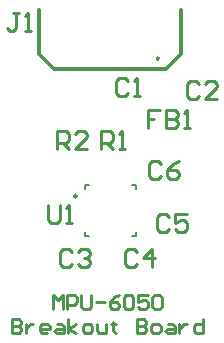
<source format=gbr>
%TF.GenerationSoftware,Altium Limited,Altium Designer,21.6.4 (81)*%
G04 Layer_Color=65535*
%FSLAX45Y45*%
%MOMM*%
%TF.SameCoordinates,35F77A6B-66F6-43E6-81AF-3D6A737DF117*%
%TF.FilePolarity,Positive*%
%TF.FileFunction,Legend,Top*%
%TF.Part,Single*%
G01*
G75*
%TA.AperFunction,NonConductor*%
%ADD24C,0.25400*%
%ADD25C,0.25000*%
%ADD26C,0.30000*%
%ADD27C,0.20000*%
D24*
X413752Y968672D02*
G03*
X413752Y968672I-10270J0D01*
G01*
X-775000Y1351175D02*
X-825783D01*
X-800392D01*
Y1224216D01*
X-825783Y1198825D01*
X-851175D01*
X-876567Y1224216D01*
X-724216Y1198825D02*
X-673433D01*
X-698824D01*
Y1351175D01*
X-724216Y1325783D01*
X423825Y526175D02*
X322258D01*
Y450000D01*
X373041D01*
X322258D01*
Y373825D01*
X474608Y526175D02*
Y373825D01*
X550784D01*
X576176Y399217D01*
Y424608D01*
X550784Y450000D01*
X474608D01*
X550784D01*
X576176Y475392D01*
Y500784D01*
X550784Y526175D01*
X474608D01*
X626959Y373825D02*
X677743D01*
X652351D01*
Y526175D01*
X626959Y500784D01*
X-451959Y198825D02*
Y351175D01*
X-375784D01*
X-350392Y325783D01*
Y275000D01*
X-375784Y249608D01*
X-451959D01*
X-401175D02*
X-350392Y198825D01*
X-198041D02*
X-299608D01*
X-198041Y300392D01*
Y325783D01*
X-223433Y351175D01*
X-274216D01*
X-299608Y325783D01*
X-76567Y198825D02*
Y351175D01*
X-392D01*
X25000Y325783D01*
Y275000D01*
X-392Y249608D01*
X-76567D01*
X-25784D02*
X25000Y198825D01*
X75784D02*
X126567D01*
X101176D01*
Y351175D01*
X75784Y325783D01*
X749608Y750784D02*
X724216Y776175D01*
X673433D01*
X648041Y750784D01*
Y649217D01*
X673433Y623825D01*
X724216D01*
X749608Y649217D01*
X901959Y623825D02*
X800392D01*
X901959Y725392D01*
Y750784D01*
X876567Y776175D01*
X825784D01*
X800392Y750784D01*
X150000Y775784D02*
X124608Y801175D01*
X73825D01*
X48433Y775784D01*
Y674217D01*
X73825Y648825D01*
X124608D01*
X150000Y674217D01*
X200784Y648825D02*
X251567D01*
X226176D01*
Y801175D01*
X200784Y775784D01*
X-526567Y-273825D02*
Y-400784D01*
X-501175Y-426175D01*
X-450392D01*
X-425000Y-400784D01*
Y-273825D01*
X-374216Y-426175D02*
X-323433D01*
X-348824D01*
Y-273825D01*
X-374216Y-299217D01*
X424608Y75783D02*
X399217Y101175D01*
X348433D01*
X323041Y75783D01*
Y-25784D01*
X348433Y-51175D01*
X399217D01*
X424608Y-25784D01*
X576959Y101175D02*
X526175Y75783D01*
X475392Y25000D01*
Y-25784D01*
X500784Y-51175D01*
X551567D01*
X576959Y-25784D01*
Y-392D01*
X551567Y25000D01*
X475392D01*
X499608Y-374216D02*
X474216Y-348825D01*
X423433D01*
X398041Y-374216D01*
Y-475783D01*
X423433Y-501175D01*
X474216D01*
X499608Y-475783D01*
X651959Y-348825D02*
X550392D01*
Y-425000D01*
X601175Y-399608D01*
X626567D01*
X651959Y-425000D01*
Y-475783D01*
X626567Y-501175D01*
X575784D01*
X550392Y-475783D01*
X224608Y-674217D02*
X199217Y-648825D01*
X148433D01*
X123041Y-674217D01*
Y-775784D01*
X148433Y-801175D01*
X199217D01*
X224608Y-775784D01*
X351567Y-801175D02*
Y-648825D01*
X275392Y-725000D01*
X376959D01*
X-325392Y-674217D02*
X-350783Y-648825D01*
X-401567D01*
X-426959Y-674217D01*
Y-775784D01*
X-401567Y-801175D01*
X-350783D01*
X-325392Y-775784D01*
X-274608Y-674217D02*
X-249216Y-648825D01*
X-198433D01*
X-173041Y-674217D01*
Y-699608D01*
X-198433Y-725000D01*
X-223825D01*
X-198433D01*
X-173041Y-750392D01*
Y-775784D01*
X-198433Y-801175D01*
X-249216D01*
X-274608Y-775784D01*
D25*
X-282500Y-200000D02*
G03*
X-282500Y-200000I-12500J0D01*
G01*
X-484851Y-1158004D02*
Y-1038043D01*
X-444864Y-1078030D01*
X-404877Y-1038043D01*
Y-1158004D01*
X-364890D02*
Y-1038043D01*
X-304909D01*
X-284916Y-1058036D01*
Y-1098023D01*
X-304909Y-1118017D01*
X-364890D01*
X-244929Y-1038043D02*
Y-1138010D01*
X-224935Y-1158004D01*
X-184948D01*
X-164954Y-1138010D01*
Y-1038043D01*
X-124967Y-1098023D02*
X-44993D01*
X74968Y-1038043D02*
X34981Y-1058036D01*
X-5006Y-1098023D01*
Y-1138010D01*
X14987Y-1158004D01*
X54974D01*
X74968Y-1138010D01*
Y-1118017D01*
X54974Y-1098023D01*
X-5006D01*
X114955Y-1058036D02*
X134948Y-1038043D01*
X174935D01*
X194929Y-1058036D01*
Y-1138010D01*
X174935Y-1158004D01*
X134948D01*
X114955Y-1138010D01*
Y-1058036D01*
X314890Y-1038043D02*
X234916D01*
Y-1098023D01*
X274903Y-1078030D01*
X294897D01*
X314890Y-1098023D01*
Y-1138010D01*
X294897Y-1158004D01*
X254910D01*
X234916Y-1138010D01*
X354877Y-1058036D02*
X374871Y-1038043D01*
X414858D01*
X434851Y-1058036D01*
Y-1138010D01*
X414858Y-1158004D01*
X374871D01*
X354877Y-1138010D01*
Y-1058036D01*
X-834738Y-1241995D02*
Y-1361957D01*
X-774757D01*
X-754764Y-1341963D01*
Y-1321970D01*
X-774757Y-1301976D01*
X-834738D01*
X-774757D01*
X-754764Y-1281982D01*
Y-1261989D01*
X-774757Y-1241995D01*
X-834738D01*
X-714777Y-1281982D02*
Y-1361957D01*
Y-1321970D01*
X-694783Y-1301976D01*
X-674790Y-1281982D01*
X-654796D01*
X-534835Y-1361957D02*
X-574822D01*
X-594815Y-1341963D01*
Y-1301976D01*
X-574822Y-1281982D01*
X-534835D01*
X-514841Y-1301976D01*
Y-1321970D01*
X-594815D01*
X-454861Y-1281982D02*
X-414874D01*
X-394880Y-1301976D01*
Y-1361957D01*
X-454861D01*
X-474854Y-1341963D01*
X-454861Y-1321970D01*
X-394880D01*
X-354893Y-1361957D02*
Y-1241995D01*
Y-1321970D02*
X-294913Y-1281982D01*
X-354893Y-1321970D02*
X-294913Y-1361957D01*
X-214938D02*
X-174951D01*
X-154958Y-1341963D01*
Y-1301976D01*
X-174951Y-1281982D01*
X-214938D01*
X-234932Y-1301976D01*
Y-1341963D01*
X-214938Y-1361957D01*
X-114971Y-1281982D02*
Y-1341963D01*
X-94977Y-1361957D01*
X-34997D01*
Y-1281982D01*
X24984Y-1261989D02*
Y-1281982D01*
X4990D01*
X44977D01*
X24984D01*
Y-1341963D01*
X44977Y-1361957D01*
X224919Y-1241995D02*
Y-1361957D01*
X284900D01*
X304893Y-1341963D01*
Y-1321970D01*
X284900Y-1301976D01*
X224919D01*
X284900D01*
X304893Y-1281982D01*
Y-1261989D01*
X284900Y-1241995D01*
X224919D01*
X364874Y-1361957D02*
X404861D01*
X424855Y-1341963D01*
Y-1301976D01*
X404861Y-1281982D01*
X364874D01*
X344880Y-1301976D01*
Y-1341963D01*
X364874Y-1361957D01*
X484835Y-1281982D02*
X524822D01*
X544816Y-1301976D01*
Y-1361957D01*
X484835D01*
X464842Y-1341963D01*
X484835Y-1321970D01*
X544816D01*
X584803Y-1281982D02*
Y-1361957D01*
Y-1321970D01*
X604796Y-1301976D01*
X624790Y-1281982D01*
X644783D01*
X784738Y-1241995D02*
Y-1361957D01*
X724758D01*
X704764Y-1341963D01*
Y-1301976D01*
X724758Y-1281982D01*
X784738D01*
D26*
X600000Y1000000D02*
Y1375000D01*
X475000Y875000D02*
X600000Y1000000D01*
X-475000Y875000D02*
X475000D01*
X-600000Y1000000D02*
X-475000Y875000D01*
X-600000Y1000000D02*
Y1375000D01*
D27*
X182500Y-110000D02*
X215000D01*
Y-142500D02*
Y-110000D01*
Y-540000D02*
Y-507500D01*
X182500Y-540000D02*
X215000D01*
X-215000D02*
X-182500D01*
X-215000D02*
Y-507500D01*
Y-110000D02*
X-182500D01*
X-215000Y-142500D02*
Y-110000D01*
%TF.MD5,8fb8d2559b56cebdd708129a704c5d7e*%
M02*

</source>
